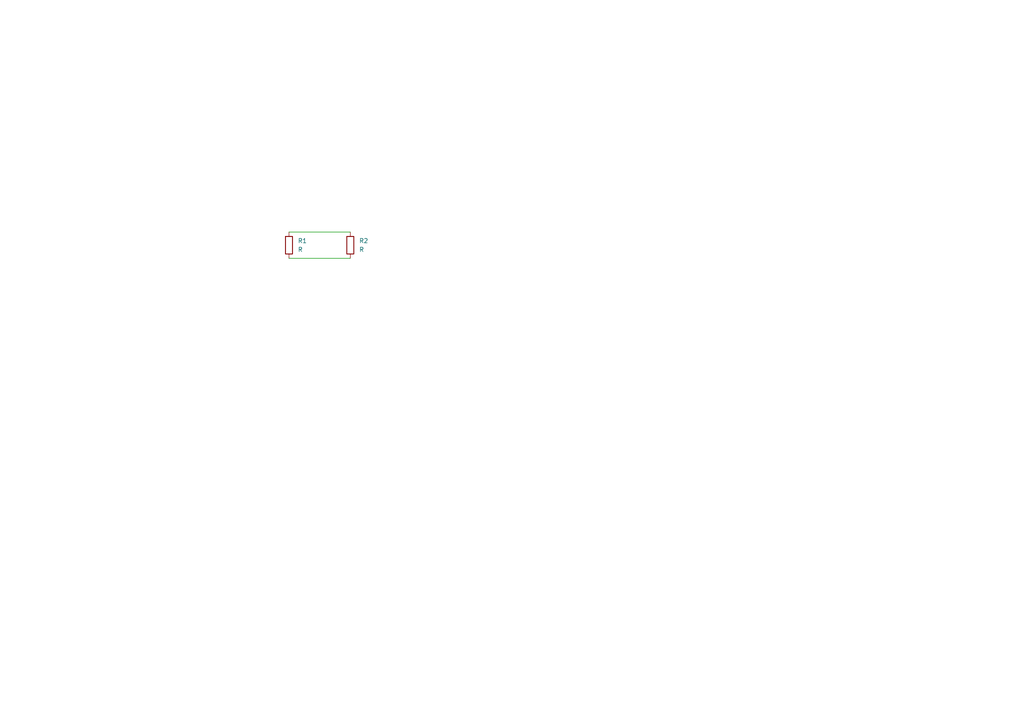
<source format=kicad_sch>
(kicad_sch (version 20231120) (generator "eeschema") (generator_version "8.0")
  (paper "A4")
  (lib_symbols
    (symbol "Device:R" (pin_numbers hide) (pin_names (offset 0))
      (property "Reference" "R" (at 2.032 0 90))
      (property "Value" "R" (at 0 0 90))
      (symbol "R_0_1"
        (rectangle (start -1.016 -2.54) (end 1.016 2.54) (stroke (width 0.254)))
      )
      (symbol "R_1_1"
        (pin passive line (at 0 3.81 270) (length 1.27) (name "~") (number "1"))
        (pin passive line (at 0 -3.81 90) (length 1.27) (name "~") (number "2"))
      )
    )
  )
  (wire (pts (xy 83.82 74.93) (xy 101.6 74.93)))
  (wire (pts (xy 83.82 67.31) (xy 101.6 67.31)))
  (symbol (lib_id "Device:R") (at 83.82 71.12 0) (unit 1)
    (property "Reference" "R1" (at 86.36 69.8499 0) (effects (justify left)))
    (property "Value" "R" (at 86.36 72.3899 0) (effects (justify left)))
    (property "Footprint" "Resistor_SMD:R_0805_2012Metric_Pad1.20x1.40mm_HandSolder" (effects (hide yes)))
    (property "Description" "Resistor" (effects (hide yes)))
  )
  (symbol (lib_id "Device:R") (at 101.6 71.12 0) (unit 1)
    (property "Reference" "R2" (at 104.14 69.8499 0) (effects (justify left)))
    (property "Value" "R" (at 104.14 72.3899 0) (effects (justify left)))
    (property "Footprint" "Resistor_SMD:R_0805_2012Metric_Pad1.20x1.40mm_HandSolder" (effects (hide yes)))
    (property "Description" "Resistor" (effects (hide yes)))
  )
)
</source>
